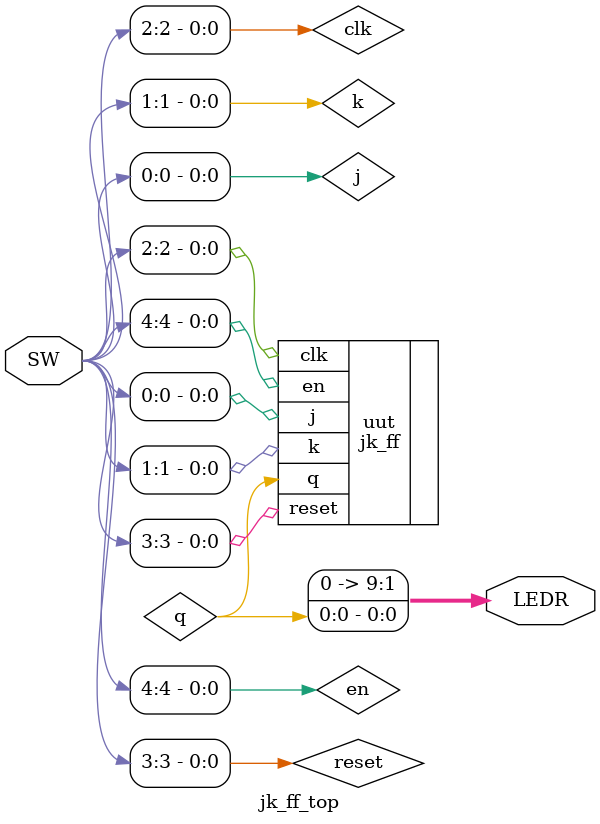
<source format=v>
module jk_ff_top (
    input  [9:0] SW,     // SW[0]=J, SW[1]=K, SW[2]=CLK, SW[3]=RESET, SW[4]=ENABLE
    output [9:0] LEDR    // LEDR[0]=Q
);

wire q;
wire j, k, clk, reset, en;

assign j     = SW[0];
assign k     = SW[1];
assign clk   = SW[2];
assign reset = SW[3];
assign en    = SW[4];

jk_ff uut (
    .clk(clk),
    .reset(reset),
    .en(en),
    .j(j),
    .k(k),
    .q(q)
);

assign LEDR[0] = q;
assign LEDR[9:1] = 9'b0;

endmodule
</source>
